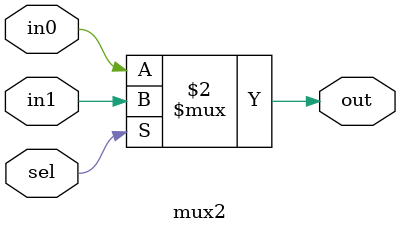
<source format=v>
module mux2(in0, in1, sel, out);
input in0, in1, sel;
output out;
assign out = (sel == 1)? in1: in0;

endmodule
</source>
